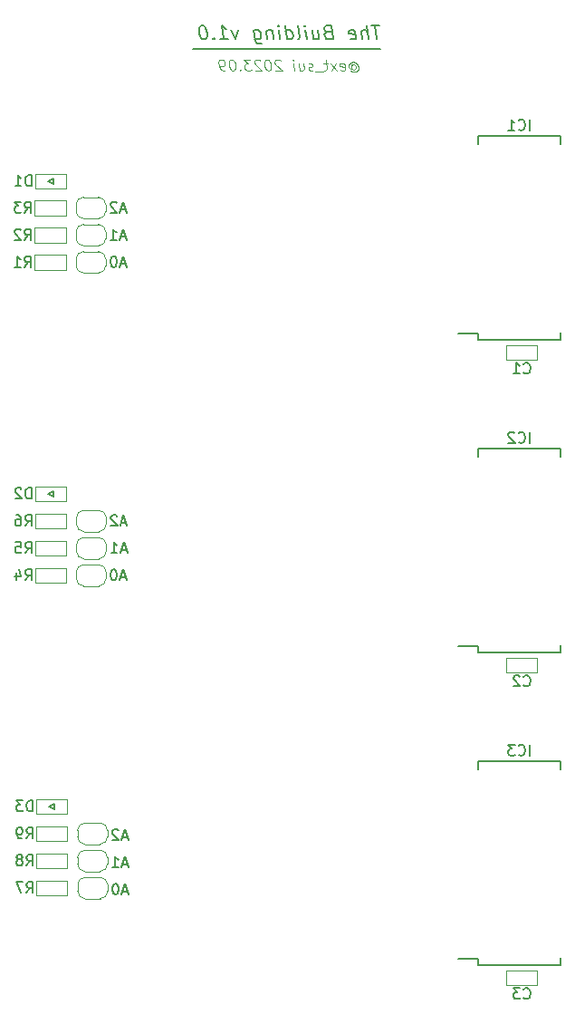
<source format=gbo>
G04 #@! TF.GenerationSoftware,KiCad,Pcbnew,(5.0.2)-1*
G04 #@! TF.CreationDate,2023-09-18T18:41:06+09:00*
G04 #@! TF.ProjectId,Building,4275696c-6469-46e6-972e-6b696361645f,rev?*
G04 #@! TF.SameCoordinates,Original*
G04 #@! TF.FileFunction,Legend,Bot*
G04 #@! TF.FilePolarity,Positive*
%FSLAX46Y46*%
G04 Gerber Fmt 4.6, Leading zero omitted, Abs format (unit mm)*
G04 Created by KiCad (PCBNEW (5.0.2)-1) date 2023/09/18 18:41:06*
%MOMM*%
%LPD*%
G01*
G04 APERTURE LIST*
%ADD10C,0.150000*%
%ADD11C,0.200000*%
%ADD12C,0.100000*%
%ADD13C,0.120000*%
G04 APERTURE END LIST*
D10*
X129210000Y-31331000D02*
X146736000Y-31331000D01*
D11*
X146579791Y-29095095D02*
X145836934Y-29095095D01*
X146370863Y-30395095D02*
X146208363Y-29095095D01*
X145566101Y-30395095D02*
X145403601Y-29095095D01*
X145008958Y-30395095D02*
X144923839Y-29714142D01*
X144970267Y-29590333D01*
X145086339Y-29528428D01*
X145272053Y-29528428D01*
X145403601Y-29590333D01*
X145473244Y-29652238D01*
X143886934Y-30333190D02*
X144018482Y-30395095D01*
X144266101Y-30395095D01*
X144382172Y-30333190D01*
X144428601Y-30209380D01*
X144366696Y-29714142D01*
X144289315Y-29590333D01*
X144157767Y-29528428D01*
X143910148Y-29528428D01*
X143794077Y-29590333D01*
X143747648Y-29714142D01*
X143763125Y-29837952D01*
X144397648Y-29961761D01*
X141766696Y-29714142D02*
X141588720Y-29776047D01*
X141534553Y-29837952D01*
X141488125Y-29961761D01*
X141511339Y-30147476D01*
X141588720Y-30271285D01*
X141658363Y-30333190D01*
X141789910Y-30395095D01*
X142285148Y-30395095D01*
X142122648Y-29095095D01*
X141689315Y-29095095D01*
X141573244Y-29157000D01*
X141519077Y-29218904D01*
X141472648Y-29342714D01*
X141488125Y-29466523D01*
X141565505Y-29590333D01*
X141635148Y-29652238D01*
X141766696Y-29714142D01*
X142200029Y-29714142D01*
X140319672Y-29528428D02*
X140428005Y-30395095D01*
X140876815Y-29528428D02*
X140961934Y-30209380D01*
X140915505Y-30333190D01*
X140799434Y-30395095D01*
X140613720Y-30395095D01*
X140482172Y-30333190D01*
X140412529Y-30271285D01*
X139808958Y-30395095D02*
X139700625Y-29528428D01*
X139646458Y-29095095D02*
X139716101Y-29157000D01*
X139661934Y-29218904D01*
X139592291Y-29157000D01*
X139646458Y-29095095D01*
X139661934Y-29218904D01*
X139004196Y-30395095D02*
X139120267Y-30333190D01*
X139166696Y-30209380D01*
X139027410Y-29095095D01*
X137951815Y-30395095D02*
X137789315Y-29095095D01*
X137944077Y-30333190D02*
X138075625Y-30395095D01*
X138323244Y-30395095D01*
X138439315Y-30333190D01*
X138493482Y-30271285D01*
X138539910Y-30147476D01*
X138493482Y-29776047D01*
X138416101Y-29652238D01*
X138346458Y-29590333D01*
X138214910Y-29528428D01*
X137967291Y-29528428D01*
X137851220Y-29590333D01*
X137332767Y-30395095D02*
X137224434Y-29528428D01*
X137170267Y-29095095D02*
X137239910Y-29157000D01*
X137185744Y-29218904D01*
X137116101Y-29157000D01*
X137170267Y-29095095D01*
X137185744Y-29218904D01*
X136605386Y-29528428D02*
X136713720Y-30395095D01*
X136620863Y-29652238D02*
X136551220Y-29590333D01*
X136419672Y-29528428D01*
X136233958Y-29528428D01*
X136117886Y-29590333D01*
X136071458Y-29714142D01*
X136156577Y-30395095D01*
X134872053Y-29528428D02*
X135003601Y-30580809D01*
X135080982Y-30704619D01*
X135150625Y-30766523D01*
X135282172Y-30828428D01*
X135467886Y-30828428D01*
X135583958Y-30766523D01*
X134972648Y-30333190D02*
X135104196Y-30395095D01*
X135351815Y-30395095D01*
X135467886Y-30333190D01*
X135522053Y-30271285D01*
X135568482Y-30147476D01*
X135522053Y-29776047D01*
X135444672Y-29652238D01*
X135375029Y-29590333D01*
X135243482Y-29528428D01*
X134995863Y-29528428D01*
X134879791Y-29590333D01*
X133386339Y-29528428D02*
X133185148Y-30395095D01*
X132767291Y-29528428D01*
X131699434Y-30395095D02*
X132442291Y-30395095D01*
X132070863Y-30395095D02*
X131908363Y-29095095D01*
X132055386Y-29280809D01*
X132194672Y-29404619D01*
X132326220Y-29466523D01*
X131126815Y-30271285D02*
X131072648Y-30333190D01*
X131142291Y-30395095D01*
X131196458Y-30333190D01*
X131126815Y-30271285D01*
X131142291Y-30395095D01*
X130113125Y-29095095D02*
X129989315Y-29095095D01*
X129873244Y-29157000D01*
X129819077Y-29218904D01*
X129772648Y-29342714D01*
X129741696Y-29590333D01*
X129780386Y-29899857D01*
X129873244Y-30147476D01*
X129950625Y-30271285D01*
X130020267Y-30333190D01*
X130151815Y-30395095D01*
X130275625Y-30395095D01*
X130391696Y-30333190D01*
X130445863Y-30271285D01*
X130492291Y-30147476D01*
X130523244Y-29899857D01*
X130484553Y-29590333D01*
X130391696Y-29342714D01*
X130314315Y-29218904D01*
X130244672Y-29157000D01*
X130113125Y-29095095D01*
D12*
X143993541Y-32831190D02*
X144035208Y-32783571D01*
X144124494Y-32735952D01*
X144219732Y-32735952D01*
X144320922Y-32783571D01*
X144374494Y-32831190D01*
X144434017Y-32926428D01*
X144445922Y-33021666D01*
X144410208Y-33116904D01*
X144368541Y-33164523D01*
X144279255Y-33212142D01*
X144184017Y-33212142D01*
X144082827Y-33164523D01*
X144029255Y-33116904D01*
X143981636Y-32735952D02*
X144029255Y-33116904D01*
X143987589Y-33164523D01*
X143939970Y-33164523D01*
X143838779Y-33116904D01*
X143779255Y-33021666D01*
X143749494Y-32783571D01*
X143826875Y-32640714D01*
X143957827Y-32545476D01*
X144142351Y-32497857D01*
X144338779Y-32545476D01*
X144493541Y-32640714D01*
X144606636Y-32783571D01*
X144678065Y-32974047D01*
X144654255Y-33164523D01*
X144576875Y-33307380D01*
X144445922Y-33402619D01*
X144261398Y-33450238D01*
X144064970Y-33402619D01*
X143910208Y-33307380D01*
X142999494Y-33259761D02*
X143100684Y-33307380D01*
X143291160Y-33307380D01*
X143380446Y-33259761D01*
X143416160Y-33164523D01*
X143368541Y-32783571D01*
X143309017Y-32688333D01*
X143207827Y-32640714D01*
X143017351Y-32640714D01*
X142928065Y-32688333D01*
X142892351Y-32783571D01*
X142904255Y-32878809D01*
X143392351Y-32974047D01*
X142624494Y-33307380D02*
X142017351Y-32640714D01*
X142541160Y-32640714D02*
X142100684Y-33307380D01*
X141779255Y-32640714D02*
X141398303Y-32640714D01*
X141594732Y-32307380D02*
X141701875Y-33164523D01*
X141666160Y-33259761D01*
X141576875Y-33307380D01*
X141481636Y-33307380D01*
X141398303Y-33402619D02*
X140636398Y-33402619D01*
X140428065Y-33259761D02*
X140338779Y-33307380D01*
X140148303Y-33307380D01*
X140047113Y-33259761D01*
X139987589Y-33164523D01*
X139981636Y-33116904D01*
X140017351Y-33021666D01*
X140106636Y-32974047D01*
X140249494Y-32974047D01*
X140338779Y-32926428D01*
X140374494Y-32831190D01*
X140368541Y-32783571D01*
X140309017Y-32688333D01*
X140207827Y-32640714D01*
X140064970Y-32640714D01*
X139975684Y-32688333D01*
X139064970Y-32640714D02*
X139148303Y-33307380D01*
X139493541Y-32640714D02*
X139559017Y-33164523D01*
X139523303Y-33259761D01*
X139434017Y-33307380D01*
X139291160Y-33307380D01*
X139189970Y-33259761D01*
X139136398Y-33212142D01*
X138672113Y-33307380D02*
X138588779Y-32640714D01*
X138547113Y-32307380D02*
X138600684Y-32355000D01*
X138559017Y-32402619D01*
X138505446Y-32355000D01*
X138547113Y-32307380D01*
X138559017Y-32402619D01*
X137368541Y-32402619D02*
X137314970Y-32355000D01*
X137213779Y-32307380D01*
X136975684Y-32307380D01*
X136886398Y-32355000D01*
X136844732Y-32402619D01*
X136809017Y-32497857D01*
X136820922Y-32593095D01*
X136886398Y-32735952D01*
X137529255Y-33307380D01*
X136910208Y-33307380D01*
X136166160Y-32307380D02*
X136070922Y-32307380D01*
X135981636Y-32355000D01*
X135939970Y-32402619D01*
X135904255Y-32497857D01*
X135880446Y-32688333D01*
X135910208Y-32926428D01*
X135981636Y-33116904D01*
X136041160Y-33212142D01*
X136094732Y-33259761D01*
X136195922Y-33307380D01*
X136291160Y-33307380D01*
X136380446Y-33259761D01*
X136422113Y-33212142D01*
X136457827Y-33116904D01*
X136481636Y-32926428D01*
X136451875Y-32688333D01*
X136380446Y-32497857D01*
X136320922Y-32402619D01*
X136267351Y-32355000D01*
X136166160Y-32307380D01*
X135463779Y-32402619D02*
X135410208Y-32355000D01*
X135309017Y-32307380D01*
X135070922Y-32307380D01*
X134981636Y-32355000D01*
X134939970Y-32402619D01*
X134904255Y-32497857D01*
X134916160Y-32593095D01*
X134981636Y-32735952D01*
X135624494Y-33307380D01*
X135005446Y-33307380D01*
X134547113Y-32307380D02*
X133928065Y-32307380D01*
X134309017Y-32688333D01*
X134166160Y-32688333D01*
X134076875Y-32735952D01*
X134035208Y-32783571D01*
X133999494Y-32878809D01*
X134029255Y-33116904D01*
X134088779Y-33212142D01*
X134142351Y-33259761D01*
X134243541Y-33307380D01*
X134529255Y-33307380D01*
X134618541Y-33259761D01*
X134660208Y-33212142D01*
X133612589Y-33212142D02*
X133570922Y-33259761D01*
X133624494Y-33307380D01*
X133666160Y-33259761D01*
X133612589Y-33212142D01*
X133624494Y-33307380D01*
X132832827Y-32307380D02*
X132737589Y-32307380D01*
X132648303Y-32355000D01*
X132606636Y-32402619D01*
X132570922Y-32497857D01*
X132547113Y-32688333D01*
X132576875Y-32926428D01*
X132648303Y-33116904D01*
X132707827Y-33212142D01*
X132761398Y-33259761D01*
X132862589Y-33307380D01*
X132957827Y-33307380D01*
X133047113Y-33259761D01*
X133088779Y-33212142D01*
X133124494Y-33116904D01*
X133148303Y-32926428D01*
X133118541Y-32688333D01*
X133047113Y-32497857D01*
X132987589Y-32402619D01*
X132934017Y-32355000D01*
X132832827Y-32307380D01*
X132148303Y-33307380D02*
X131957827Y-33307380D01*
X131856636Y-33259761D01*
X131803065Y-33212142D01*
X131689970Y-33069285D01*
X131618541Y-32878809D01*
X131570922Y-32497857D01*
X131606636Y-32402619D01*
X131648303Y-32355000D01*
X131737589Y-32307380D01*
X131928065Y-32307380D01*
X132029255Y-32355000D01*
X132082827Y-32402619D01*
X132142351Y-32497857D01*
X132172113Y-32735952D01*
X132136398Y-32831190D01*
X132094732Y-32878809D01*
X132005446Y-32926428D01*
X131814970Y-32926428D01*
X131713779Y-32878809D01*
X131660208Y-32831190D01*
X131600684Y-32735952D01*
D10*
G04 #@! TO.C,IC1*
X155815000Y-58509000D02*
X155815000Y-57859000D01*
X163565000Y-58509000D02*
X163565000Y-57764000D01*
X163565000Y-39459000D02*
X163565000Y-40204000D01*
X155815000Y-39459000D02*
X155815000Y-40204000D01*
X155815000Y-58509000D02*
X163565000Y-58509000D01*
X155815000Y-39459000D02*
X163565000Y-39459000D01*
X155815000Y-57859000D02*
X153990000Y-57859000D01*
D13*
G04 #@! TO.C,C1*
X161394000Y-58952000D02*
X161394000Y-60352000D01*
X158494000Y-58952000D02*
X158494000Y-60352000D01*
X158494000Y-60352000D02*
X161394000Y-60352000D01*
X161394000Y-58952000D02*
X158494000Y-58952000D01*
G04 #@! TO.C,C2*
X161394000Y-88162000D02*
X161394000Y-89562000D01*
X158494000Y-88162000D02*
X158494000Y-89562000D01*
X158494000Y-89562000D02*
X161394000Y-89562000D01*
X161394000Y-88162000D02*
X158494000Y-88162000D01*
G04 #@! TO.C,C3*
X161394000Y-117372000D02*
X158494000Y-117372000D01*
X158494000Y-118772000D02*
X161394000Y-118772000D01*
X158494000Y-117372000D02*
X158494000Y-118772000D01*
X161394000Y-117372000D02*
X161394000Y-118772000D01*
G04 #@! TO.C,D1*
X114425000Y-44350000D02*
X114425000Y-42950000D01*
X117325000Y-44350000D02*
X117325000Y-42950000D01*
X117325000Y-42950000D02*
X114425000Y-42950000D01*
X114425000Y-44350000D02*
X117325000Y-44350000D01*
D10*
X116125000Y-43900000D02*
X116125000Y-43400000D01*
X115625000Y-43650000D02*
X116125000Y-43900000D01*
X115625000Y-43650000D02*
X116125000Y-43400000D01*
D13*
G04 #@! TO.C,D2*
X114425000Y-73560000D02*
X114425000Y-72160000D01*
X117325000Y-73560000D02*
X117325000Y-72160000D01*
X117325000Y-72160000D02*
X114425000Y-72160000D01*
X114425000Y-73560000D02*
X117325000Y-73560000D01*
D10*
X116125000Y-73110000D02*
X116125000Y-72610000D01*
X115625000Y-72860000D02*
X116125000Y-73110000D01*
X115625000Y-72860000D02*
X116125000Y-72610000D01*
D13*
G04 #@! TO.C,D3*
X114552000Y-102770000D02*
X114552000Y-101370000D01*
X117452000Y-102770000D02*
X117452000Y-101370000D01*
X117452000Y-101370000D02*
X114552000Y-101370000D01*
X114552000Y-102770000D02*
X117452000Y-102770000D01*
D10*
X116252000Y-102320000D02*
X116252000Y-101820000D01*
X115752000Y-102070000D02*
X116252000Y-102320000D01*
X115752000Y-102070000D02*
X116252000Y-101820000D01*
G04 #@! TO.C,IC2*
X155815000Y-87069000D02*
X153990000Y-87069000D01*
X155815000Y-68669000D02*
X163565000Y-68669000D01*
X155815000Y-87719000D02*
X163565000Y-87719000D01*
X155815000Y-68669000D02*
X155815000Y-69414000D01*
X163565000Y-68669000D02*
X163565000Y-69414000D01*
X163565000Y-87719000D02*
X163565000Y-86974000D01*
X155815000Y-87719000D02*
X155815000Y-87069000D01*
G04 #@! TO.C,IC3*
X155815000Y-116929000D02*
X155815000Y-116279000D01*
X163565000Y-116929000D02*
X163565000Y-116184000D01*
X163565000Y-97879000D02*
X163565000Y-98624000D01*
X155815000Y-97879000D02*
X155815000Y-98624000D01*
X155815000Y-116929000D02*
X163565000Y-116929000D01*
X155815000Y-97879000D02*
X163565000Y-97879000D01*
X155815000Y-116279000D02*
X153990000Y-116279000D01*
D13*
G04 #@! TO.C,JP1*
X120346330Y-52231386D02*
G75*
G03X121046330Y-51531386I0J700000D01*
G01*
X121046330Y-50931386D02*
G75*
G03X120346330Y-50231386I-700000J0D01*
G01*
X118946330Y-50231386D02*
G75*
G03X118246330Y-50931386I0J-700000D01*
G01*
X118246330Y-51531386D02*
G75*
G03X118946330Y-52231386I700000J0D01*
G01*
X118246330Y-50931386D02*
X118246330Y-51531386D01*
X120346330Y-50231386D02*
X118946330Y-50231386D01*
X121046330Y-51531386D02*
X121046330Y-50931386D01*
X118946330Y-52231386D02*
X120346330Y-52231386D01*
G04 #@! TO.C,JP2*
X118946330Y-49691386D02*
X120346330Y-49691386D01*
X121046330Y-48991386D02*
X121046330Y-48391386D01*
X120346330Y-47691386D02*
X118946330Y-47691386D01*
X118246330Y-48391386D02*
X118246330Y-48991386D01*
X118246330Y-48991386D02*
G75*
G03X118946330Y-49691386I700000J0D01*
G01*
X118946330Y-47691386D02*
G75*
G03X118246330Y-48391386I0J-700000D01*
G01*
X121046330Y-48391386D02*
G75*
G03X120346330Y-47691386I-700000J0D01*
G01*
X120346330Y-49691386D02*
G75*
G03X121046330Y-48991386I0J700000D01*
G01*
G04 #@! TO.C,JP3*
X120346330Y-47151386D02*
G75*
G03X121046330Y-46451386I0J700000D01*
G01*
X121046330Y-45851386D02*
G75*
G03X120346330Y-45151386I-700000J0D01*
G01*
X118946330Y-45151386D02*
G75*
G03X118246330Y-45851386I0J-700000D01*
G01*
X118246330Y-46451386D02*
G75*
G03X118946330Y-47151386I700000J0D01*
G01*
X118246330Y-45851386D02*
X118246330Y-46451386D01*
X120346330Y-45151386D02*
X118946330Y-45151386D01*
X121046330Y-46451386D02*
X121046330Y-45851386D01*
X118946330Y-47151386D02*
X120346330Y-47151386D01*
G04 #@! TO.C,R1*
X117286330Y-50531386D02*
X117286330Y-51931386D01*
X114386330Y-50531386D02*
X114386330Y-51931386D01*
X114386330Y-51931386D02*
X117286330Y-51931386D01*
X117286330Y-50531386D02*
X114386330Y-50531386D01*
G04 #@! TO.C,R2*
X117286330Y-47991386D02*
X117286330Y-49391386D01*
X114386330Y-47991386D02*
X114386330Y-49391386D01*
X114386330Y-49391386D02*
X117286330Y-49391386D01*
X117286330Y-47991386D02*
X114386330Y-47991386D01*
G04 #@! TO.C,R3*
X117286330Y-45451386D02*
X114386330Y-45451386D01*
X114386330Y-46851386D02*
X117286330Y-46851386D01*
X114386330Y-45451386D02*
X114386330Y-46851386D01*
X117286330Y-45451386D02*
X117286330Y-46851386D01*
G04 #@! TO.C,R4*
X117325000Y-79780000D02*
X117325000Y-81180000D01*
X114425000Y-79780000D02*
X114425000Y-81180000D01*
X114425000Y-81180000D02*
X117325000Y-81180000D01*
X117325000Y-79780000D02*
X114425000Y-79780000D01*
G04 #@! TO.C,R5*
X117325000Y-77240000D02*
X114425000Y-77240000D01*
X114425000Y-78640000D02*
X117325000Y-78640000D01*
X114425000Y-77240000D02*
X114425000Y-78640000D01*
X117325000Y-77240000D02*
X117325000Y-78640000D01*
G04 #@! TO.C,R6*
X117325000Y-74700000D02*
X117325000Y-76100000D01*
X114425000Y-74700000D02*
X114425000Y-76100000D01*
X114425000Y-76100000D02*
X117325000Y-76100000D01*
X117325000Y-74700000D02*
X114425000Y-74700000D01*
G04 #@! TO.C,R7*
X117452000Y-108990000D02*
X114552000Y-108990000D01*
X114552000Y-110390000D02*
X117452000Y-110390000D01*
X114552000Y-108990000D02*
X114552000Y-110390000D01*
X117452000Y-108990000D02*
X117452000Y-110390000D01*
G04 #@! TO.C,R8*
X117452000Y-106450000D02*
X117452000Y-107850000D01*
X114552000Y-106450000D02*
X114552000Y-107850000D01*
X114552000Y-107850000D02*
X117452000Y-107850000D01*
X117452000Y-106450000D02*
X114552000Y-106450000D01*
G04 #@! TO.C,R9*
X117452000Y-103910000D02*
X114552000Y-103910000D01*
X114552000Y-105310000D02*
X117452000Y-105310000D01*
X114552000Y-103910000D02*
X114552000Y-105310000D01*
X117452000Y-103910000D02*
X117452000Y-105310000D01*
G04 #@! TO.C,JP4*
X120370000Y-81480000D02*
G75*
G03X121070000Y-80780000I0J700000D01*
G01*
X121070000Y-80180000D02*
G75*
G03X120370000Y-79480000I-700000J0D01*
G01*
X118970000Y-79480000D02*
G75*
G03X118270000Y-80180000I0J-700000D01*
G01*
X118270000Y-80780000D02*
G75*
G03X118970000Y-81480000I700000J0D01*
G01*
X118270000Y-80180000D02*
X118270000Y-80780000D01*
X120370000Y-79480000D02*
X118970000Y-79480000D01*
X121070000Y-80780000D02*
X121070000Y-80180000D01*
X118970000Y-81480000D02*
X120370000Y-81480000D01*
G04 #@! TO.C,JP5*
X118985000Y-78940000D02*
X120385000Y-78940000D01*
X121085000Y-78240000D02*
X121085000Y-77640000D01*
X120385000Y-76940000D02*
X118985000Y-76940000D01*
X118285000Y-77640000D02*
X118285000Y-78240000D01*
X118285000Y-78240000D02*
G75*
G03X118985000Y-78940000I700000J0D01*
G01*
X118985000Y-76940000D02*
G75*
G03X118285000Y-77640000I0J-700000D01*
G01*
X121085000Y-77640000D02*
G75*
G03X120385000Y-76940000I-700000J0D01*
G01*
X120385000Y-78940000D02*
G75*
G03X121085000Y-78240000I0J700000D01*
G01*
G04 #@! TO.C,JP6*
X118985000Y-76400000D02*
X120385000Y-76400000D01*
X121085000Y-75700000D02*
X121085000Y-75100000D01*
X120385000Y-74400000D02*
X118985000Y-74400000D01*
X118285000Y-75100000D02*
X118285000Y-75700000D01*
X118285000Y-75700000D02*
G75*
G03X118985000Y-76400000I700000J0D01*
G01*
X118985000Y-74400000D02*
G75*
G03X118285000Y-75100000I0J-700000D01*
G01*
X121085000Y-75100000D02*
G75*
G03X120385000Y-74400000I-700000J0D01*
G01*
X120385000Y-76400000D02*
G75*
G03X121085000Y-75700000I0J700000D01*
G01*
G04 #@! TO.C,JP7*
X119112000Y-110690000D02*
X120512000Y-110690000D01*
X121212000Y-109990000D02*
X121212000Y-109390000D01*
X120512000Y-108690000D02*
X119112000Y-108690000D01*
X118412000Y-109390000D02*
X118412000Y-109990000D01*
X118412000Y-109990000D02*
G75*
G03X119112000Y-110690000I700000J0D01*
G01*
X119112000Y-108690000D02*
G75*
G03X118412000Y-109390000I0J-700000D01*
G01*
X121212000Y-109390000D02*
G75*
G03X120512000Y-108690000I-700000J0D01*
G01*
X120512000Y-110690000D02*
G75*
G03X121212000Y-109990000I0J700000D01*
G01*
G04 #@! TO.C,JP8*
X119097000Y-108150000D02*
X120497000Y-108150000D01*
X121197000Y-107450000D02*
X121197000Y-106850000D01*
X120497000Y-106150000D02*
X119097000Y-106150000D01*
X118397000Y-106850000D02*
X118397000Y-107450000D01*
X118397000Y-107450000D02*
G75*
G03X119097000Y-108150000I700000J0D01*
G01*
X119097000Y-106150000D02*
G75*
G03X118397000Y-106850000I0J-700000D01*
G01*
X121197000Y-106850000D02*
G75*
G03X120497000Y-106150000I-700000J0D01*
G01*
X120497000Y-108150000D02*
G75*
G03X121197000Y-107450000I0J700000D01*
G01*
G04 #@! TO.C,JP9*
X119097000Y-105610000D02*
X120497000Y-105610000D01*
X121197000Y-104910000D02*
X121197000Y-104310000D01*
X120497000Y-103610000D02*
X119097000Y-103610000D01*
X118397000Y-104310000D02*
X118397000Y-104910000D01*
X118397000Y-104910000D02*
G75*
G03X119097000Y-105610000I700000J0D01*
G01*
X119097000Y-103610000D02*
G75*
G03X118397000Y-104310000I0J-700000D01*
G01*
X121197000Y-104310000D02*
G75*
G03X120497000Y-103610000I-700000J0D01*
G01*
X120497000Y-105610000D02*
G75*
G03X121197000Y-104910000I0J700000D01*
G01*
G04 #@! TO.C,IC1*
D10*
X160666190Y-38895380D02*
X160666190Y-37895380D01*
X159618571Y-38800142D02*
X159666190Y-38847761D01*
X159809047Y-38895380D01*
X159904285Y-38895380D01*
X160047142Y-38847761D01*
X160142380Y-38752523D01*
X160190000Y-38657285D01*
X160237619Y-38466809D01*
X160237619Y-38323952D01*
X160190000Y-38133476D01*
X160142380Y-38038238D01*
X160047142Y-37943000D01*
X159904285Y-37895380D01*
X159809047Y-37895380D01*
X159666190Y-37943000D01*
X159618571Y-37990619D01*
X158666190Y-38895380D02*
X159237619Y-38895380D01*
X158951904Y-38895380D02*
X158951904Y-37895380D01*
X159047142Y-38038238D01*
X159142380Y-38133476D01*
X159237619Y-38181095D01*
G04 #@! TO.C,C1*
X160110666Y-61533142D02*
X160158285Y-61580761D01*
X160301142Y-61628380D01*
X160396380Y-61628380D01*
X160539238Y-61580761D01*
X160634476Y-61485523D01*
X160682095Y-61390285D01*
X160729714Y-61199809D01*
X160729714Y-61056952D01*
X160682095Y-60866476D01*
X160634476Y-60771238D01*
X160539238Y-60676000D01*
X160396380Y-60628380D01*
X160301142Y-60628380D01*
X160158285Y-60676000D01*
X160110666Y-60723619D01*
X159158285Y-61628380D02*
X159729714Y-61628380D01*
X159444000Y-61628380D02*
X159444000Y-60628380D01*
X159539238Y-60771238D01*
X159634476Y-60866476D01*
X159729714Y-60914095D01*
G04 #@! TO.C,C2*
X160110666Y-90743142D02*
X160158285Y-90790761D01*
X160301142Y-90838380D01*
X160396380Y-90838380D01*
X160539238Y-90790761D01*
X160634476Y-90695523D01*
X160682095Y-90600285D01*
X160729714Y-90409809D01*
X160729714Y-90266952D01*
X160682095Y-90076476D01*
X160634476Y-89981238D01*
X160539238Y-89886000D01*
X160396380Y-89838380D01*
X160301142Y-89838380D01*
X160158285Y-89886000D01*
X160110666Y-89933619D01*
X159729714Y-89933619D02*
X159682095Y-89886000D01*
X159586857Y-89838380D01*
X159348761Y-89838380D01*
X159253523Y-89886000D01*
X159205904Y-89933619D01*
X159158285Y-90028857D01*
X159158285Y-90124095D01*
X159205904Y-90266952D01*
X159777333Y-90838380D01*
X159158285Y-90838380D01*
G04 #@! TO.C,C3*
X160110666Y-119953142D02*
X160158285Y-120000761D01*
X160301142Y-120048380D01*
X160396380Y-120048380D01*
X160539238Y-120000761D01*
X160634476Y-119905523D01*
X160682095Y-119810285D01*
X160729714Y-119619809D01*
X160729714Y-119476952D01*
X160682095Y-119286476D01*
X160634476Y-119191238D01*
X160539238Y-119096000D01*
X160396380Y-119048380D01*
X160301142Y-119048380D01*
X160158285Y-119096000D01*
X160110666Y-119143619D01*
X159777333Y-119048380D02*
X159158285Y-119048380D01*
X159491619Y-119429333D01*
X159348761Y-119429333D01*
X159253523Y-119476952D01*
X159205904Y-119524571D01*
X159158285Y-119619809D01*
X159158285Y-119857904D01*
X159205904Y-119953142D01*
X159253523Y-120000761D01*
X159348761Y-120048380D01*
X159634476Y-120048380D01*
X159729714Y-120000761D01*
X159777333Y-119953142D01*
G04 #@! TO.C,D1*
X114073095Y-44102380D02*
X114073095Y-43102380D01*
X113835000Y-43102380D01*
X113692142Y-43150000D01*
X113596904Y-43245238D01*
X113549285Y-43340476D01*
X113501666Y-43530952D01*
X113501666Y-43673809D01*
X113549285Y-43864285D01*
X113596904Y-43959523D01*
X113692142Y-44054761D01*
X113835000Y-44102380D01*
X114073095Y-44102380D01*
X112549285Y-44102380D02*
X113120714Y-44102380D01*
X112835000Y-44102380D02*
X112835000Y-43102380D01*
X112930238Y-43245238D01*
X113025476Y-43340476D01*
X113120714Y-43388095D01*
G04 #@! TO.C,D2*
X114073095Y-73312380D02*
X114073095Y-72312380D01*
X113835000Y-72312380D01*
X113692142Y-72360000D01*
X113596904Y-72455238D01*
X113549285Y-72550476D01*
X113501666Y-72740952D01*
X113501666Y-72883809D01*
X113549285Y-73074285D01*
X113596904Y-73169523D01*
X113692142Y-73264761D01*
X113835000Y-73312380D01*
X114073095Y-73312380D01*
X113120714Y-72407619D02*
X113073095Y-72360000D01*
X112977857Y-72312380D01*
X112739761Y-72312380D01*
X112644523Y-72360000D01*
X112596904Y-72407619D01*
X112549285Y-72502857D01*
X112549285Y-72598095D01*
X112596904Y-72740952D01*
X113168333Y-73312380D01*
X112549285Y-73312380D01*
G04 #@! TO.C,D3*
X114200095Y-102522380D02*
X114200095Y-101522380D01*
X113962000Y-101522380D01*
X113819142Y-101570000D01*
X113723904Y-101665238D01*
X113676285Y-101760476D01*
X113628666Y-101950952D01*
X113628666Y-102093809D01*
X113676285Y-102284285D01*
X113723904Y-102379523D01*
X113819142Y-102474761D01*
X113962000Y-102522380D01*
X114200095Y-102522380D01*
X113295333Y-101522380D02*
X112676285Y-101522380D01*
X113009619Y-101903333D01*
X112866761Y-101903333D01*
X112771523Y-101950952D01*
X112723904Y-101998571D01*
X112676285Y-102093809D01*
X112676285Y-102331904D01*
X112723904Y-102427142D01*
X112771523Y-102474761D01*
X112866761Y-102522380D01*
X113152476Y-102522380D01*
X113247714Y-102474761D01*
X113295333Y-102427142D01*
G04 #@! TO.C,IC2*
X160666190Y-68105380D02*
X160666190Y-67105380D01*
X159618571Y-68010142D02*
X159666190Y-68057761D01*
X159809047Y-68105380D01*
X159904285Y-68105380D01*
X160047142Y-68057761D01*
X160142380Y-67962523D01*
X160190000Y-67867285D01*
X160237619Y-67676809D01*
X160237619Y-67533952D01*
X160190000Y-67343476D01*
X160142380Y-67248238D01*
X160047142Y-67153000D01*
X159904285Y-67105380D01*
X159809047Y-67105380D01*
X159666190Y-67153000D01*
X159618571Y-67200619D01*
X159237619Y-67200619D02*
X159190000Y-67153000D01*
X159094761Y-67105380D01*
X158856666Y-67105380D01*
X158761428Y-67153000D01*
X158713809Y-67200619D01*
X158666190Y-67295857D01*
X158666190Y-67391095D01*
X158713809Y-67533952D01*
X159285238Y-68105380D01*
X158666190Y-68105380D01*
G04 #@! TO.C,IC3*
X160665190Y-97315380D02*
X160665190Y-96315380D01*
X159617571Y-97220142D02*
X159665190Y-97267761D01*
X159808047Y-97315380D01*
X159903285Y-97315380D01*
X160046142Y-97267761D01*
X160141380Y-97172523D01*
X160189000Y-97077285D01*
X160236619Y-96886809D01*
X160236619Y-96743952D01*
X160189000Y-96553476D01*
X160141380Y-96458238D01*
X160046142Y-96363000D01*
X159903285Y-96315380D01*
X159808047Y-96315380D01*
X159665190Y-96363000D01*
X159617571Y-96410619D01*
X159284238Y-96315380D02*
X158665190Y-96315380D01*
X158998523Y-96696333D01*
X158855666Y-96696333D01*
X158760428Y-96743952D01*
X158712809Y-96791571D01*
X158665190Y-96886809D01*
X158665190Y-97124904D01*
X158712809Y-97220142D01*
X158760428Y-97267761D01*
X158855666Y-97315380D01*
X159141380Y-97315380D01*
X159236619Y-97267761D01*
X159284238Y-97220142D01*
G04 #@! TO.C,JP1*
X122900615Y-51398052D02*
X122424425Y-51398052D01*
X122995853Y-51683766D02*
X122662520Y-50683766D01*
X122329187Y-51683766D01*
X121805377Y-50683766D02*
X121710139Y-50683766D01*
X121614901Y-50731386D01*
X121567282Y-50779005D01*
X121519663Y-50874243D01*
X121472044Y-51064719D01*
X121472044Y-51302814D01*
X121519663Y-51493290D01*
X121567282Y-51588528D01*
X121614901Y-51636147D01*
X121710139Y-51683766D01*
X121805377Y-51683766D01*
X121900615Y-51636147D01*
X121948234Y-51588528D01*
X121995853Y-51493290D01*
X122043472Y-51302814D01*
X122043472Y-51064719D01*
X121995853Y-50874243D01*
X121948234Y-50779005D01*
X121900615Y-50731386D01*
X121805377Y-50683766D01*
G04 #@! TO.C,JP2*
X122900615Y-48858052D02*
X122424425Y-48858052D01*
X122995853Y-49143766D02*
X122662520Y-48143766D01*
X122329187Y-49143766D01*
X121472044Y-49143766D02*
X122043472Y-49143766D01*
X121757758Y-49143766D02*
X121757758Y-48143766D01*
X121852996Y-48286624D01*
X121948234Y-48381862D01*
X122043472Y-48429481D01*
G04 #@! TO.C,JP3*
X122900615Y-46318052D02*
X122424425Y-46318052D01*
X122995853Y-46603766D02*
X122662520Y-45603766D01*
X122329187Y-46603766D01*
X122043472Y-45699005D02*
X121995853Y-45651386D01*
X121900615Y-45603766D01*
X121662520Y-45603766D01*
X121567282Y-45651386D01*
X121519663Y-45699005D01*
X121472044Y-45794243D01*
X121472044Y-45889481D01*
X121519663Y-46032338D01*
X122091091Y-46603766D01*
X121472044Y-46603766D01*
G04 #@! TO.C,R1*
X113462996Y-51683766D02*
X113796330Y-51207576D01*
X114034425Y-51683766D02*
X114034425Y-50683766D01*
X113653472Y-50683766D01*
X113558234Y-50731386D01*
X113510615Y-50779005D01*
X113462996Y-50874243D01*
X113462996Y-51017100D01*
X113510615Y-51112338D01*
X113558234Y-51159957D01*
X113653472Y-51207576D01*
X114034425Y-51207576D01*
X112510615Y-51683766D02*
X113082044Y-51683766D01*
X112796330Y-51683766D02*
X112796330Y-50683766D01*
X112891568Y-50826624D01*
X112986806Y-50921862D01*
X113082044Y-50969481D01*
G04 #@! TO.C,R2*
X113462996Y-49143766D02*
X113796330Y-48667576D01*
X114034425Y-49143766D02*
X114034425Y-48143766D01*
X113653472Y-48143766D01*
X113558234Y-48191386D01*
X113510615Y-48239005D01*
X113462996Y-48334243D01*
X113462996Y-48477100D01*
X113510615Y-48572338D01*
X113558234Y-48619957D01*
X113653472Y-48667576D01*
X114034425Y-48667576D01*
X113082044Y-48239005D02*
X113034425Y-48191386D01*
X112939187Y-48143766D01*
X112701091Y-48143766D01*
X112605853Y-48191386D01*
X112558234Y-48239005D01*
X112510615Y-48334243D01*
X112510615Y-48429481D01*
X112558234Y-48572338D01*
X113129663Y-49143766D01*
X112510615Y-49143766D01*
G04 #@! TO.C,R3*
X113462996Y-46603766D02*
X113796330Y-46127576D01*
X114034425Y-46603766D02*
X114034425Y-45603766D01*
X113653472Y-45603766D01*
X113558234Y-45651386D01*
X113510615Y-45699005D01*
X113462996Y-45794243D01*
X113462996Y-45937100D01*
X113510615Y-46032338D01*
X113558234Y-46079957D01*
X113653472Y-46127576D01*
X114034425Y-46127576D01*
X113129663Y-45603766D02*
X112510615Y-45603766D01*
X112843949Y-45984719D01*
X112701091Y-45984719D01*
X112605853Y-46032338D01*
X112558234Y-46079957D01*
X112510615Y-46175195D01*
X112510615Y-46413290D01*
X112558234Y-46508528D01*
X112605853Y-46556147D01*
X112701091Y-46603766D01*
X112986806Y-46603766D01*
X113082044Y-46556147D01*
X113129663Y-46508528D01*
G04 #@! TO.C,R4*
X113501666Y-80932380D02*
X113835000Y-80456190D01*
X114073095Y-80932380D02*
X114073095Y-79932380D01*
X113692142Y-79932380D01*
X113596904Y-79980000D01*
X113549285Y-80027619D01*
X113501666Y-80122857D01*
X113501666Y-80265714D01*
X113549285Y-80360952D01*
X113596904Y-80408571D01*
X113692142Y-80456190D01*
X114073095Y-80456190D01*
X112644523Y-80265714D02*
X112644523Y-80932380D01*
X112882619Y-79884761D02*
X113120714Y-80599047D01*
X112501666Y-80599047D01*
G04 #@! TO.C,R5*
X113501666Y-78392380D02*
X113835000Y-77916190D01*
X114073095Y-78392380D02*
X114073095Y-77392380D01*
X113692142Y-77392380D01*
X113596904Y-77440000D01*
X113549285Y-77487619D01*
X113501666Y-77582857D01*
X113501666Y-77725714D01*
X113549285Y-77820952D01*
X113596904Y-77868571D01*
X113692142Y-77916190D01*
X114073095Y-77916190D01*
X112596904Y-77392380D02*
X113073095Y-77392380D01*
X113120714Y-77868571D01*
X113073095Y-77820952D01*
X112977857Y-77773333D01*
X112739761Y-77773333D01*
X112644523Y-77820952D01*
X112596904Y-77868571D01*
X112549285Y-77963809D01*
X112549285Y-78201904D01*
X112596904Y-78297142D01*
X112644523Y-78344761D01*
X112739761Y-78392380D01*
X112977857Y-78392380D01*
X113073095Y-78344761D01*
X113120714Y-78297142D01*
G04 #@! TO.C,R6*
X113501666Y-75852380D02*
X113835000Y-75376190D01*
X114073095Y-75852380D02*
X114073095Y-74852380D01*
X113692142Y-74852380D01*
X113596904Y-74900000D01*
X113549285Y-74947619D01*
X113501666Y-75042857D01*
X113501666Y-75185714D01*
X113549285Y-75280952D01*
X113596904Y-75328571D01*
X113692142Y-75376190D01*
X114073095Y-75376190D01*
X112644523Y-74852380D02*
X112835000Y-74852380D01*
X112930238Y-74900000D01*
X112977857Y-74947619D01*
X113073095Y-75090476D01*
X113120714Y-75280952D01*
X113120714Y-75661904D01*
X113073095Y-75757142D01*
X113025476Y-75804761D01*
X112930238Y-75852380D01*
X112739761Y-75852380D01*
X112644523Y-75804761D01*
X112596904Y-75757142D01*
X112549285Y-75661904D01*
X112549285Y-75423809D01*
X112596904Y-75328571D01*
X112644523Y-75280952D01*
X112739761Y-75233333D01*
X112930238Y-75233333D01*
X113025476Y-75280952D01*
X113073095Y-75328571D01*
X113120714Y-75423809D01*
G04 #@! TO.C,R7*
X113628666Y-110142380D02*
X113962000Y-109666190D01*
X114200095Y-110142380D02*
X114200095Y-109142380D01*
X113819142Y-109142380D01*
X113723904Y-109190000D01*
X113676285Y-109237619D01*
X113628666Y-109332857D01*
X113628666Y-109475714D01*
X113676285Y-109570952D01*
X113723904Y-109618571D01*
X113819142Y-109666190D01*
X114200095Y-109666190D01*
X113295333Y-109142380D02*
X112628666Y-109142380D01*
X113057238Y-110142380D01*
G04 #@! TO.C,R8*
X113628666Y-107602380D02*
X113962000Y-107126190D01*
X114200095Y-107602380D02*
X114200095Y-106602380D01*
X113819142Y-106602380D01*
X113723904Y-106650000D01*
X113676285Y-106697619D01*
X113628666Y-106792857D01*
X113628666Y-106935714D01*
X113676285Y-107030952D01*
X113723904Y-107078571D01*
X113819142Y-107126190D01*
X114200095Y-107126190D01*
X113057238Y-107030952D02*
X113152476Y-106983333D01*
X113200095Y-106935714D01*
X113247714Y-106840476D01*
X113247714Y-106792857D01*
X113200095Y-106697619D01*
X113152476Y-106650000D01*
X113057238Y-106602380D01*
X112866761Y-106602380D01*
X112771523Y-106650000D01*
X112723904Y-106697619D01*
X112676285Y-106792857D01*
X112676285Y-106840476D01*
X112723904Y-106935714D01*
X112771523Y-106983333D01*
X112866761Y-107030952D01*
X113057238Y-107030952D01*
X113152476Y-107078571D01*
X113200095Y-107126190D01*
X113247714Y-107221428D01*
X113247714Y-107411904D01*
X113200095Y-107507142D01*
X113152476Y-107554761D01*
X113057238Y-107602380D01*
X112866761Y-107602380D01*
X112771523Y-107554761D01*
X112723904Y-107507142D01*
X112676285Y-107411904D01*
X112676285Y-107221428D01*
X112723904Y-107126190D01*
X112771523Y-107078571D01*
X112866761Y-107030952D01*
G04 #@! TO.C,R9*
X113628666Y-105062380D02*
X113962000Y-104586190D01*
X114200095Y-105062380D02*
X114200095Y-104062380D01*
X113819142Y-104062380D01*
X113723904Y-104110000D01*
X113676285Y-104157619D01*
X113628666Y-104252857D01*
X113628666Y-104395714D01*
X113676285Y-104490952D01*
X113723904Y-104538571D01*
X113819142Y-104586190D01*
X114200095Y-104586190D01*
X113152476Y-105062380D02*
X112962000Y-105062380D01*
X112866761Y-105014761D01*
X112819142Y-104967142D01*
X112723904Y-104824285D01*
X112676285Y-104633809D01*
X112676285Y-104252857D01*
X112723904Y-104157619D01*
X112771523Y-104110000D01*
X112866761Y-104062380D01*
X113057238Y-104062380D01*
X113152476Y-104110000D01*
X113200095Y-104157619D01*
X113247714Y-104252857D01*
X113247714Y-104490952D01*
X113200095Y-104586190D01*
X113152476Y-104633809D01*
X113057238Y-104681428D01*
X112866761Y-104681428D01*
X112771523Y-104633809D01*
X112723904Y-104586190D01*
X112676285Y-104490952D01*
G04 #@! TO.C,JP4*
X122924285Y-80646666D02*
X122448095Y-80646666D01*
X123019523Y-80932380D02*
X122686190Y-79932380D01*
X122352857Y-80932380D01*
X121829047Y-79932380D02*
X121733809Y-79932380D01*
X121638571Y-79980000D01*
X121590952Y-80027619D01*
X121543333Y-80122857D01*
X121495714Y-80313333D01*
X121495714Y-80551428D01*
X121543333Y-80741904D01*
X121590952Y-80837142D01*
X121638571Y-80884761D01*
X121733809Y-80932380D01*
X121829047Y-80932380D01*
X121924285Y-80884761D01*
X121971904Y-80837142D01*
X122019523Y-80741904D01*
X122067142Y-80551428D01*
X122067142Y-80313333D01*
X122019523Y-80122857D01*
X121971904Y-80027619D01*
X121924285Y-79980000D01*
X121829047Y-79932380D01*
G04 #@! TO.C,JP5*
X122954285Y-78101652D02*
X122478095Y-78101652D01*
X123049523Y-78387366D02*
X122716190Y-77387366D01*
X122382857Y-78387366D01*
X121525714Y-78387366D02*
X122097142Y-78387366D01*
X121811428Y-78387366D02*
X121811428Y-77387366D01*
X121906666Y-77530224D01*
X122001904Y-77625462D01*
X122097142Y-77673081D01*
G04 #@! TO.C,JP6*
X122939285Y-75566666D02*
X122463095Y-75566666D01*
X123034523Y-75852380D02*
X122701190Y-74852380D01*
X122367857Y-75852380D01*
X122082142Y-74947619D02*
X122034523Y-74900000D01*
X121939285Y-74852380D01*
X121701190Y-74852380D01*
X121605952Y-74900000D01*
X121558333Y-74947619D01*
X121510714Y-75042857D01*
X121510714Y-75138095D01*
X121558333Y-75280952D01*
X122129761Y-75852380D01*
X121510714Y-75852380D01*
G04 #@! TO.C,JP7*
X123081285Y-110008514D02*
X122605095Y-110008514D01*
X123176523Y-110294228D02*
X122843190Y-109294228D01*
X122509857Y-110294228D01*
X121986047Y-109294228D02*
X121890809Y-109294228D01*
X121795571Y-109341848D01*
X121747952Y-109389467D01*
X121700333Y-109484705D01*
X121652714Y-109675181D01*
X121652714Y-109913276D01*
X121700333Y-110103752D01*
X121747952Y-110198990D01*
X121795571Y-110246609D01*
X121890809Y-110294228D01*
X121986047Y-110294228D01*
X122081285Y-110246609D01*
X122128904Y-110198990D01*
X122176523Y-110103752D01*
X122224142Y-109913276D01*
X122224142Y-109675181D01*
X122176523Y-109484705D01*
X122128904Y-109389467D01*
X122081285Y-109341848D01*
X121986047Y-109294228D01*
G04 #@! TO.C,JP8*
X123066285Y-107468514D02*
X122590095Y-107468514D01*
X123161523Y-107754228D02*
X122828190Y-106754228D01*
X122494857Y-107754228D01*
X121637714Y-107754228D02*
X122209142Y-107754228D01*
X121923428Y-107754228D02*
X121923428Y-106754228D01*
X122018666Y-106897086D01*
X122113904Y-106992324D01*
X122209142Y-107039943D01*
G04 #@! TO.C,JP9*
X123066285Y-104928514D02*
X122590095Y-104928514D01*
X123161523Y-105214228D02*
X122828190Y-104214228D01*
X122494857Y-105214228D01*
X122209142Y-104309467D02*
X122161523Y-104261848D01*
X122066285Y-104214228D01*
X121828190Y-104214228D01*
X121732952Y-104261848D01*
X121685333Y-104309467D01*
X121637714Y-104404705D01*
X121637714Y-104499943D01*
X121685333Y-104642800D01*
X122256761Y-105214228D01*
X121637714Y-105214228D01*
G04 #@! TD*
M02*

</source>
